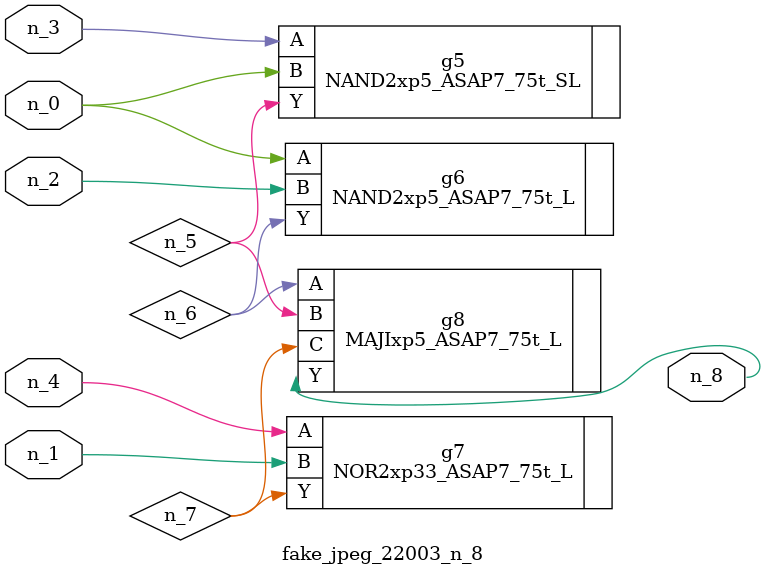
<source format=v>
module fake_jpeg_22003_n_8 (n_3, n_2, n_1, n_0, n_4, n_8);

input n_3;
input n_2;
input n_1;
input n_0;
input n_4;

output n_8;

wire n_6;
wire n_5;
wire n_7;

NAND2xp5_ASAP7_75t_SL g5 ( 
.A(n_3),
.B(n_0),
.Y(n_5)
);

NAND2xp5_ASAP7_75t_L g6 ( 
.A(n_0),
.B(n_2),
.Y(n_6)
);

NOR2xp33_ASAP7_75t_L g7 ( 
.A(n_4),
.B(n_1),
.Y(n_7)
);

MAJIxp5_ASAP7_75t_L g8 ( 
.A(n_6),
.B(n_5),
.C(n_7),
.Y(n_8)
);


endmodule
</source>
